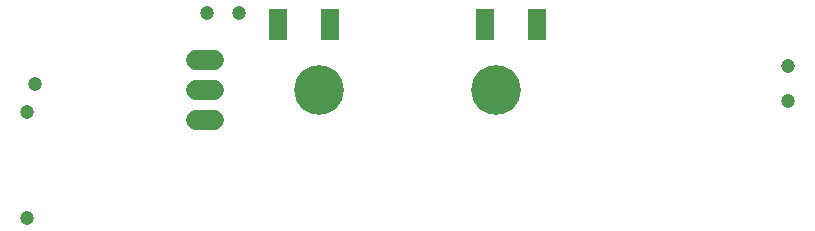
<source format=gbr>
G04 EAGLE Gerber X2 export*
%TF.Part,Single*%
%TF.FileFunction,Soldermask,Bot,1*%
%TF.FilePolarity,Negative*%
%TF.GenerationSoftware,Autodesk,EAGLE,9.1.0*%
%TF.CreationDate,2020-06-24T00:00:21Z*%
G75*
%MOMM*%
%FSLAX34Y34*%
%LPD*%
%AMOC8*
5,1,8,0,0,1.08239X$1,22.5*%
G01*
%ADD10R,1.603200X0.653200*%
%ADD11C,1.727200*%
%ADD12C,1.203200*%
%ADD13C,4.203200*%


D10*
X347000Y209750D03*
X347000Y203250D03*
X347000Y196750D03*
X347000Y190250D03*
X303000Y190250D03*
X303000Y196750D03*
X303000Y203250D03*
X303000Y209750D03*
X522000Y209750D03*
X522000Y203250D03*
X522000Y196750D03*
X522000Y190250D03*
X478000Y190250D03*
X478000Y196750D03*
X478000Y203250D03*
X478000Y209750D03*
D11*
X248620Y119600D02*
X233380Y119600D01*
X233380Y145000D02*
X248620Y145000D01*
X248620Y170400D02*
X233380Y170400D01*
D12*
X242500Y210000D03*
D13*
X487500Y145000D03*
D12*
X90000Y126000D03*
X90000Y36000D03*
X735000Y165000D03*
X735000Y135000D03*
X97500Y150000D03*
D13*
X337500Y145000D03*
D12*
X270000Y210000D03*
M02*

</source>
